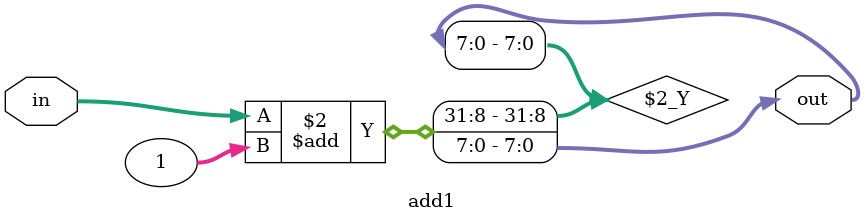
<source format=v>

`timescale 1ns / 1ns

module add1(in, out);

//-------------Input Ports-----------------------------
input wire [7:0] in;			//8 bits of data1
//-------------Output Ports----------------------------
output reg [7:0] out; 	//8 bits of result

//------------------Instructions-----------------------

always @(in)
begin
	out = in + 1;
end


endmodule

</source>
